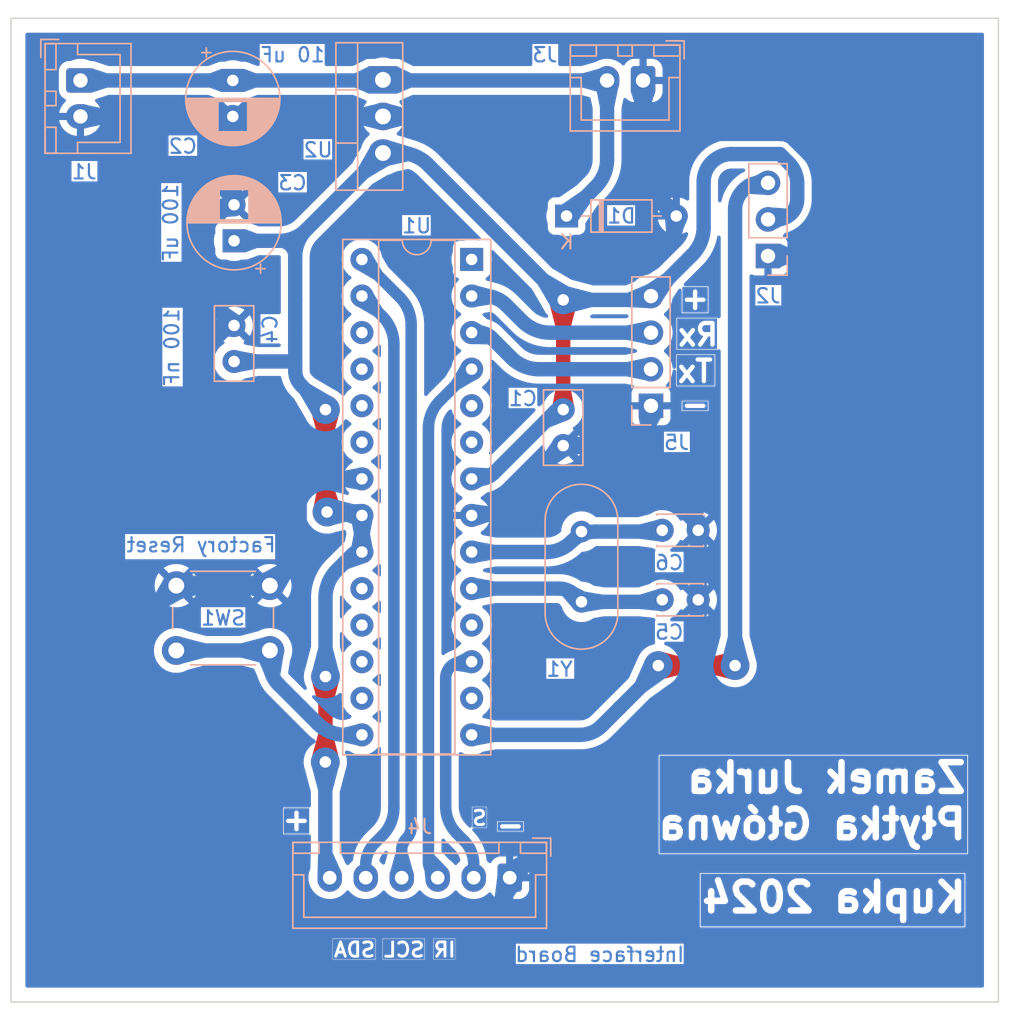
<source format=kicad_pcb>
(kicad_pcb (version 20221018) (generator pcbnew)
  (layers (0 "F.Cu" signal) (31 "B.Cu" signal) (34 "B.Paste" user) (35 "F.Paste" user) (36 "B.SilkS" user "B.Silkscreen") (37 "F.SilkS" user "F.Silkscreen") (38 "B.Mask" user) (39 "F.Mask" user) (44 "Edge.Cuts" user))
  (net 0 "")
  (net 1 "+5V")
  (net 2 "GND")
  (net 3 "/XTAL2")
  (net 4 "/XTAL1")
  (net 5 "+12V")
  (net 6 "/Screen SCL")
  (net 7 "/Lock ON")
  (net 8 "/Status")
  (net 9 "/IR Signal")
  (net 10 "/Factory Reset")
  (net 12 "/TxD")
  (net 13 "/RxD")
  (net 26 "/Screen SDA")
  (footprint "Connector_PinSocket_2.54mm:PinSocket_1x03_P2.54mm_Vertical" (layer "B.Cu") (at 140.97 64.77)
    (fp_text reference "J2" (at 0 2.77) (layer "B.Cu" knockout) (effects (justify mirror)))
    (fp_text value "Lock Relay Module")
    (pad "1" thru_hole rect (at 0 0) (size 1.7 1.7) (drill 1) (layers "*.Cu" "*.Mask") (net 2 "GND"))
    (pad "2" thru_hole oval (at 0 -2.54) (size 1.7 1.7) (drill 1) (layers "*.Cu" "*.Mask") (net 1 "+5V"))
    (pad "3" thru_hole oval (at 0 -5.08) (size 1.7 1.7) (drill 1) (layers "*.Cu" "*.Mask") (net 7 "/Lock ON"))
  )
  (footprint "Connector_JST:JST_XH_B6B-XH-A_1x06_P2.50mm_Vertical" (layer "B.Cu") (at 123.03 107.95 180)
    (fp_text reference "J4" (at 6.25 3.55) (layer "B.SilkS") (effects (justify mirror)))
    (fp_text value "Interface Board" (at -6.256 -5.334) (layer "B.Cu" knockout) (effects (justify mirror)))
    (pad "1" thru_hole roundrect (at 0 0 180) (size 1.7 1.95) (drill 0.95) (layers "*.Cu" "*.Mask") (roundrect_rratio 0.1470588235) (net 2 "GND"))
    (pad "2" thru_hole oval (at 2.5 0 180) (size 1.7 1.95) (drill 0.95) (layers "*.Cu" "*.Mask") (net 8 "/Status"))
    (pad "3" thru_hole oval (at 5 0 180) (size 1.7 1.95) (drill 0.95) (layers "*.Cu" "*.Mask") (net 9 "/IR Signal"))
    (pad "4" thru_hole oval (at 7.5 0 180) (size 1.7 1.95) (drill 0.95) (layers "*.Cu" "*.Mask") (net 6 "/Screen SCL"))
    (pad "5" thru_hole oval (at 10 0 180) (size 1.7 1.95) (drill 0.95) (layers "*.Cu" "*.Mask") (net 26 "/Screen SDA"))
    (pad "6" thru_hole oval (at 12.5 0 180) (size 1.7 1.95) (drill 0.95) (layers "*.Cu" "*.Mask") (net 1 "+5V"))
  )
  (footprint "Capacitor_THT:C_Disc_D5.0mm_W2.5mm_P2.50mm" (layer "B.Cu") (at 126.746 75.438 -90)
    (fp_text reference "C1" (at -0.762 2.794) (layer "B.Cu" knockout) (effects (justify mirror)))
    (fp_text value "100 nF")
    (pad "1" thru_hole circle (at 0 0 270) (size 1.6 1.6) (drill 0.8) (layers "*.Cu" "*.Mask") (net 1 "+5V"))
    (pad "2" thru_hole circle (at 2.5 0 270) (size 1.6 1.6) (drill 0.8) (layers "*.Cu" "*.Mask") (net 2 "GND"))
  )
  (footprint "Package_TO_SOT_THT:TO-220-3_Vertical" (layer "B.Cu") (at 114.229 52.538 -90)
    (fp_text reference "U2" (at 4.866 4.501) (layer "B.Cu" knockout) (effects (justify mirror)))
    (fp_text value "L7805")
    (pad "1" thru_hole rect (at 0 0 270) (size 1.905 2) (drill 1.1) (layers "*.Cu" "*.Mask") (net 5 "+12V"))
    (pad "2" thru_hole oval (at 2.54 0 270) (size 1.905 2) (drill 1.1) (layers "*.Cu" "*.Mask") (net 2 "GND"))
    (pad "3" thru_hole oval (at 5.08 0 270) (size 1.905 2) (drill 1.1) (layers "*.Cu" "*.Mask") (net 1 "+5V"))
  )
  (footprint "Capacitor_THT:CP_Radial_D6.3mm_P2.50mm" (layer "B.Cu") (at 103.798379 52.578 -90)
    (fp_text reference "C2" (at 4.572 3.468379) (layer "B.Cu" knockout) (effects (justify mirror)))
    (fp_text value "10 uF" (at -1.778 -4.151621) (layer "B.Cu" knockout) (effects (justify mirror)))
    (pad "1" thru_hole rect (at 0 0 270) (size 1.6 1.6) (drill 0.8) (layers "*.Cu" "*.Mask") (net 5 "+12V"))
    (pad "2" thru_hole circle (at 2.5 0 270) (size 1.6 1.6) (drill 0.8) (layers "*.Cu" "*.Mask") (net 2 "GND"))
  )
  (footprint "Connector_PinHeader_2.54mm:PinHeader_1x04_P2.54mm_Vertical" (layer "B.Cu") (at 132.842 75.174)
    (fp_text reference "J5" (at 1.778 2.55) (layer "B.Cu" knockout) (effects (justify mirror)))
    (fp_text value "Debug")
    (pad "1" thru_hole rect (at 0 0) (size 1.7 1.7) (drill 1) (layers "*.Cu" "*.Mask") (net 2 "GND"))
    (pad "2" thru_hole oval (at 0 -2.54) (size 1.7 1.7) (drill 1) (layers "*.Cu" "*.Mask") (net 12 "/TxD"))
    (pad "3" thru_hole oval (at 0 -5.08) (size 1.7 1.7) (drill 1) (layers "*.Cu" "*.Mask") (net 13 "/RxD"))
    (pad "4" thru_hole oval (at 0 -7.62) (size 1.7 1.7) (drill 1) (layers "*.Cu" "*.Mask") (net 1 "+5V"))
  )
  (footprint "Capacitor_THT:C_Disc_D3.0mm_W2.0mm_P2.50mm" (layer "B.Cu") (at 133.624 88.646)
    (fp_text reference "C5" (at 0.488 2.25) (layer "B.Cu" knockout) (effects (justify mirror)))
    (fp_text value "22 pF")
    (pad "1" thru_hole circle (at 0 0) (size 1.6 1.6) (drill 0.8) (layers "*.Cu" "*.Mask") (net 3 "/XTAL2"))
    (pad "2" thru_hole circle (at 2.5 0) (size 1.6 1.6) (drill 0.8) (layers "*.Cu" "*.Mask") (net 2 "GND"))
  )
  (footprint "Capacitor_THT:CP_Radial_D6.3mm_P2.50mm" (layer "B.Cu") (at 103.886 63.714 90)
    (fp_text reference "C3" (at 4.024 4.064) (layer "B.Cu" knockout) (effects (justify mirror)))
    (fp_text value "100 uF" (at 1.25 -4.4 90) (layer "B.Cu" knockout) (effects (justify mirror)))
    (pad "1" thru_hole rect (at 0 0 90) (size 1.6 1.6) (drill 0.8) (layers "*.Cu" "*.Mask") (net 1 "+5V"))
    (pad "2" thru_hole circle (at 2.5 0 90) (size 1.6 1.6) (drill 0.8) (layers "*.Cu" "*.Mask") (net 2 "GND"))
  )
  (footprint "Button_Switch_THT:SW_PUSH_6mm_H5mm" (layer "B.Cu") (at 99.874 92.166)
    (fp_text reference "SW1" (at 3.25 -2.25) (layer "B.Cu" knockout) (effects (justify mirror)))
    (fp_text value "Factory Reset" (at 1.726 -7.33) (layer "B.Cu" knockout) (effects (justify mirror)))
    (pad "1" thru_hole circle (at 0 0 270) (size 2 2) (drill 1.1) (layers "*.Cu" "*.Mask") (net 10 "/Factory Reset"))
    (pad "1" thru_hole circle (at 6.5 0 270) (size 2 2) (drill 1.1) (layers "*.Cu" "*.Mask") (net 10 "/Factory Reset"))
    (pad "2" thru_hole circle (at 0 -4.5 270) (size 2 2) (drill 1.1) (layers "*.Cu" "*.Mask") (net 2 "GND"))
    (pad "2" thru_hole circle (at 6.5 -4.5 270) (size 2 2) (drill 1.1) (layers "*.Cu" "*.Mask") (net 2 "GND"))
  )
  (footprint "Connector_JST:JST_XH_B2B-XH-A_1x02_P2.50mm_Vertical" (layer "B.Cu") (at 132.294 52.578 180)
    (fp_text reference "J3" (at 6.818 1.778) (layer "B.Cu" knockout) (effects (justify mirror)))
    (fp_text value "Lock PWR")
    (pad "1" thru_hole roundrect (at 0 0 180) (size 1.7 2) (drill 1) (layers "*.Cu" "*.Mask") (roundrect_rratio 0.1470588235) (net 2 "GND"))
    (pad "2" thru_hole oval (at 2.5 0 180) (size 1.7 2) (drill 1) (layers "*.Cu" "*.Mask") (net 5 "+12V"))
  )
  (footprint "Connector_JST:JST_XH_B2B-XH-A_1x02_P2.50mm_Vertical" (layer "B.Cu") (at 93.218 52.578 -90)
    (fp_text reference "J1" (at 6.35 -0.254) (layer "B.Cu" knockout) (effects (justify mirror)))
    (fp_text value "PWR")
    (pad "1" thru_hole roundrect (at 0 0 270) (size 1.7 2) (drill 1) (layers "*.Cu" "*.Mask") (roundrect_rratio 0.1470588235) (net 5 "+12V"))
    (pad "2" thru_hole oval (at 2.5 0 270) (size 1.7 2) (drill 1) (layers "*.Cu" "*.Mask") (net 2 "GND"))
  )
  (footprint "Capacitor_THT:C_Disc_D5.0mm_W2.5mm_P2.50mm" (layer "B.Cu") (at 103.886 72.096 90)
    (fp_text reference "C4" (at 2.246 2.5 90) (layer "B.Cu" knockout) (effects (justify mirror)))
    (fp_text value "100 nF" (at 0.976 -4.318 90) (layer "B.Cu" knockout) (effects (justify mirror)))
    (pad "1" thru_hole circle (at 0 0 90) (size 1.6 1.6) (drill 0.8) (layers "*.Cu" "*.Mask") (net 1 "+5V"))
    (pad "2" thru_hole circle (at 2.5 0 90) (size 1.6 1.6) (drill 0.8) (layers "*.Cu" "*.Mask") (net 2 "GND"))
  )
  (footprint "Diode_THT:D_DO-35_SOD27_P7.62mm_Horizontal" (layer "B.Cu") (at 126.98 61.993)
    (fp_text reference "D1" (at 3.81 0) (layer "B.Cu" knockout) (effects (justify mirror)))
    (fp_text value "1N4148")
    (fp_text user "K" (at 0 1.8) (layer "B.SilkS") (effects (justify mirror)))
    (pad "1" thru_hole rect (at 0 0) (size 1.6 1.6) (drill 0.8) (layers "*.Cu" "*.Mask") (net 5 "+12V"))
    (pad "2" thru_hole oval (at 7.62 0) (size 1.6 1.6) (drill 0.8) (layers "*.Cu" "*.Mask") (net 2 "GND"))
  )
  (footprint "Package_DIP:DIP-28_W7.62mm_Socket" (layer "B.Cu") (at 120.386 65.009 180)
    (fp_text reference "U1" (at 3.81 2.33) (layer "B.Cu" knockout) (effects (justify mirror)))
    (fp_text value "ATmega328P-P")
    (pad "1" thru_hole rect (at 0 0 180) (size 1.6 1.6) (drill 0.8) (layers "*.Cu" "*.Mask"))
    (pad "2" thru_hole oval (at 0 -2.54 180) (size 1.6 1.6) (drill 0.8) (layers "*.Cu" "*.Mask") (net 13 "/RxD"))
    (pad "3" thru_hole oval (at 0 -5.08 180) (size 1.6 1.6) (drill 0.8) (layers "*.Cu" "*.Mask") (net 12 "/TxD"))
    (pad "4" thru_hole oval (at 0 -7.62 180) (size 1.6 1.6) (drill 0.8) (layers "*.Cu" "*.Mask") (net 9 "/IR Signal"))
    (pad "5" thru_hole oval (at 0 -10.16 180) (size 1.6 1.6) (drill 0.8) (layers "*.Cu" "*.Mask"))
    (pad "6" thru_hole oval (at 0 -12.7 180) (size 1.6 1.6) (drill 0.8) (layers "*.Cu" "*.Mask"))
    (pad "7" thru_hole oval (at 0 -15.24 180) (size 1.6 1.6) (drill 0.8) (layers "*.Cu" "*.Mask") (net 1 "+5V"))
    (pad "8" thru_hole oval (at 0 -17.78 180) (size 1.6 1.6) (drill 0.8) (layers "*.Cu" "*.Mask") (net 2 "GND"))
    (pad "9" thru_hole oval (at 0 -20.32 180) (size 1.6 1.6) (drill 0.8) (layers "*.Cu" "*.Mask") (net 4 "/XTAL1"))
    (pad "10" thru_hole oval (at 0 -22.86 180) (size 1.6 1.6) (drill 0.8) (layers "*.Cu" "*.Mask") (net 3 "/XTAL2"))
    (pad "11" thru_hole oval (at 0 -25.4 180) (size 1.6 1.6) (drill 0.8) (layers "*.Cu" "*.Mask"))
    (pad "12" thru_hole oval (at 0 -27.94 180) (size 1.6 1.6) (drill 0.8) (layers "*.Cu" "*.Mask") (net 8 "/Status"))
    (pad "13" thru_hole oval (at 0 -30.48 180) (size 1.6 1.6) (drill 0.8) (layers "*.Cu" "*.Mask"))
    (pad "14" thru_hole oval (at 0 -33.02 180) (size 1.6 1.6) (drill 0.8) (layers "*.Cu" "*.Mask") (net 7 "/Lock ON"))
    (pad "15" thru_hole oval (at 7.62 -33.02 180) (size 1.6 1.6) (drill 0.8) (layers "*.Cu" "*.Mask") (net 10 "/Factory Reset"))
    (pad "16" thru_hole oval (at 7.62 -30.48 180) (size 1.6 1.6) (drill 0.8) (layers "*.Cu" "*.Mask"))
    (pad "17" thru_hole oval (at 7.62 -27.94 180) (size 1.6 1.6) (drill 0.8) (layers "*.Cu" "*.Mask"))
    (pad "18" thru_hole oval (at 7.62 -25.4 180) (size 1.6 1.6) (drill 0.8) (layers "*.Cu" "*.Mask"))
    (pad "19" thru_hole oval (at 7.62 -22.86 180) (size 1.6 1.6) (drill 0.8) (layers "*.Cu" "*.Mask"))
    (pad "20" thru_hole oval (at 7.62 -20.32 180) (size 1.6 1.6) (drill 0.8) (layers "*.Cu" "*.Mask") (net 1 "+5V"))
    (pad "21" thru_hole oval (at 7.62 -17.78 180) (size 1.6 1.6) (drill 0.8) (layers "*.Cu" "*.Mask") (net 1 "+5V"))
    (pad "22" thru_hole oval (at 7.62 -15.24 180) (size 1.6 1.6) (drill 0.8) (layers "*.Cu" "*.Mask") (net 2 "GND"))
    (pad "23" thru_hole oval (at 7.62 -12.7 180) (size 1.6 1.6) (drill 0.8) (layers "*.Cu" "*.Mask"))
    (pad "24" thru_hole oval (at 7.62 -10.16 180) (size 1.6 1.6) (drill 0.8) (layers "*.Cu" "*.Mask"))
    (pad "25" thru_hole oval (at 7.62 -7.62 180) (size 1.6 1.6) (drill 0.8) (layers "*.Cu" "*.Mask"))
    (pad "26" thru_hole oval (at 7.62 -5.08 180) (size 1.6 1.6) (drill 0.8) (layers "*.Cu" "*.Mask"))
    (pad "27" thru_hole oval (at 7.62 -2.54 180) (size 1.6 1.6) (drill 0.8) (layers "*.Cu" "*.Mask") (net 26 "/Screen SDA"))
    (pad "28" thru_hole oval (at 7.62 0 180) (size 1.6 1.6) (drill 0.8) (layers "*.Cu" "*.Mask") (net 6 "/Screen SCL"))
  )
  (footprint "Crystal:Crystal_HC49-4H_Vertical" (layer "B.Cu") (at 128.016 83.91 -90)
    (fp_text reference "Y1" (at 9.562 1.524) (layer "B.Cu" knockout) (effects (justify mirror)))
    (fp_text value "16 MHz")
    (pad "1" thru_hole circle (at 0 0 270) (size 1.5 1.5) (drill 0.8) (layers "*.Cu" "*.Mask") (net 4 "/XTAL1"))
    (pad "2" thru_hole circle (at 4.88 0 270) (size 1.5 1.5) (drill 0.8) (layers "*.Cu" "*.Mask") (net 3 "/XTAL2"))
  )
  (footprint "Capacitor_THT:C_Disc_D3.0mm_W2.0mm_P2.50mm" (layer "B.Cu") (at 133.624 83.82)
    (fp_text reference "C6" (at 0.488 2.25) (layer "B.Cu" knockout) (effects (justify mirror)))
    (fp_text value "22 pF")
    (pad "1" thru_hole circle (at 0 0) (size 1.6 1.6) (drill 0.8) (layers "*.Cu" "*.Mask") (net 4 "/XTAL1"))
    (pad "2" thru_hole circle (at 2.5 0) (size 1.6 1.6) (drill 0.8) (layers "*.Cu" "*.Mask") (net 2 "GND"))
  )
  (gr_rect (start 88.392 116.586) (end 156.972 48.26) (stroke (width 0.1)) (fill none) (layer "Edge.Cuts"))
  (gr_text "Kupka 2024" (at 154.94 110.49) (layer "B.Cu" knockout) (effects (font (size 2 2) (thickness 0.45) bold) (justify left bottom mirror)))
  (gr_text "IR" (at 119.38 113.538) (layer "B.Cu" knockout) (effects (font (size 1 1) (thickness 0.2) bold) (justify left bottom mirror)))
  (gr_text "Zamek Jurka\nPłytka Główna" (at 154.94 105.41) (layer "B.Cu" knockout) (effects (font (size 2 2) (thickness 0.45) bold) (justify left bottom mirror)))
  (gr_text "+" (at 109.347 104.775) (layer "B.Cu" knockout) (effects (font (size 1.5 1.5) (thickness 0.3) bold) (justify left bottom mirror)))
  (gr_text "-" (at 124.206 105.156) (layer "B.Cu" knockout) (effects (font (size 1.5 1.5) (thickness 0.3) bold) (justify left bottom mirror)))
  (gr_text "-" (at 137.033 75.946) (layer "B.Cu" knockout) (effects (font (size 1.5 1.5) (thickness 0.3) bold) (justify left bottom mirror)))
  (gr_text "Tx" (at 137.287 73.66) (layer "B.Cu" knockout) (effects (font (size 1.5 1.5) (thickness 0.3) bold) (justify left bottom mirror)))
  (gr_text "SDA" (at 113.792 113.538) (layer "B.Cu" knockout) (effects (font (size 1 1) (thickness 0.2) bold) (justify left bottom mirror)))
  (gr_text "+" (at 137.033 68.58) (layer "B.Cu" knockout) (effects (font (size 1.5 1.5) (thickness 0.3) bold) (justify left bottom mirror)))
  (gr_text "Rx" (at 137.668 71.12) (layer "B.Cu" knockout) (effects (font (size 1.5 1.5) (thickness 0.3) bold) (justify left bottom mirror)))
  (gr_text "SCL" (at 117.221 113.538) (layer "B.Cu" knockout) (effects (font (size 1 1) (thickness 0.2) bold) (justify left bottom mirror)))
  (gr_text "S" (at 121.539 104.394) (layer "B.Cu" knockout) (effects (font (size 1 1) (thickness 0.2) bold) (justify left bottom mirror)))
  (segment (start 126.746 67.818) (end 126.746 75.438) (width 1) (layer "F.Cu") (net 1))
  (segment (start 110.236 93.98) (end 110.236 99.891786) (width 1) (layer "F.Cu") (net 1))
  (segment (start 110.236 75.438) (end 110.236 82.4965) (width 1) (layer "F.Cu") (net 1))
  (segment (start 110.343 82.55) (end 110.2895 82.55) (width 1) (layer "F.Cu") (net 1))
  (segment (start 110.223958 99.912343) (end 110.229979 99.906322) (width 1) (layer "F.Cu") (net 1))
  (via (at 110.343 82.55) (size 2) (drill 0.8) (layers "F.Cu" "B.Cu") (net 1))
  (via (at 110.236 75.438) (size 2) (drill 0.8) (layers "F.Cu" "B.Cu") (net 1))
  (via (at 110.236 93.98) (size 2) (drill 0.8) (layers "F.Cu" "B.Cu") (net 1))
  (via (at 126.746 67.818) (size 2) (drill 0.8) (layers "F.Cu" "B.Cu") (net 1))
  (via (at 110.223958 99.912343) (size 2) (drill 0.8) (layers "F.Cu" "B.Cu") (net 1))
  (arc (start 110.236 82.4965) (mid 110.25167 82.53433) (end 110.2895 82.55) (width 1) (layer "F.Cu") (net 1))
  (arc (start 110.236 99.891786) (mid 110.234436 99.899652) (end 110.229979 99.906322) (width 1) (layer "F.Cu") (net 1))
  (segment (start 112.112234 85.499766) (end 111.032897 86.579103) (width 1) (layer "B.Cu") (net 1))
  (segment (start 108.133 67.808798) (end 108.133 70.151942) (width 1) (layer "B.Cu") (net 1))
  (segment (start 132.974 67.422) (end 132.71 67.686) (width 1) (layer "B.Cu") (net 1))
  (segment (start 108.556911 73.75891) (end 110.236 75.438) (width 1) (layer "B.Cu") (net 1))
  (segment (start 110.236 93.98) (end 110.236 88.502981) (width 1) (layer "B.Cu") (net 1))
  (segment (start 141.58524 62.23) (end 140.97 62.23) (width 1) (layer "B.Cu") (net 1))
  (segment (start 143.002 60.813239) (end 143.002 59.744627) (width 1) (layer "B.Cu") (net 1))
  (segment (start 110.223958 99.912343) (end 110.223958 107.427553) (width 1) (layer "B.Cu") (net 1))
  (segment (start 126.180716 75.585654) (end 121.91737 79.849) (width 1) (layer "B.Cu") (net 1))
  (segment (start 126.537185 75.438) (end 126.746 75.438) (width 1) (layer "B.Cu") (net 1))
  (segment (start 142.400214 58.291786) (end 141.798428 57.69) (width 1) (layer "B.Cu") (net 1))
  (segment (start 120.951685 80.249) (end 120.386 80.249) (width 1) (layer "B.Cu") (net 1))
  (segment (start 112.766 82.957998) (end 112.766 85.0875) (width 1) (layer "B.Cu") (net 1))
  (segment (start 132.974 67.422) (end 135.703104 64.692896) (width 1) (layer "B.Cu") (net 1))
  (segment (start 108.133 67.808798) (end 108.133 64.840981) (width 1) (layer "B.Cu") (net 1))
  (segment (start 114.229 57.618) (end 115.419019 57.618) (width 1) (layer "B.Cu") (net 1))
  (segment (start 107.133001 63.714) (end 103.886 63.714) (width 1) (layer "B.Cu") (net 1))
  (segment (start 108.133 70.151942) (end 108.133 72.107715) (width 1) (layer "B.Cu") (net 1))
  (segment (start 114.229 57.618) (end 108.929897 62.917103) (width 1) (layer "B.Cu") (net 1))
  (segment (start 141.798428 57.69) (end 138.439274 57.69) (width 1) (layer "B.Cu") (net 1))
  (segment (start 108.133 72.164284) (end 108.133 72.107715) (width 1) (layer "B.Cu") (net 1))
  (segment (start 110.376979 107.796979) (end 110.53 107.95) (width 1) (layer "B.Cu") (net 1))
  (segment (start 126.746 67.818) (end 117.342897 58.414896) (width 1) (layer "B.Cu") (net 1))
  (segment (start 108.064716 72.096) (end 103.886 72.096) (width 1) (layer "B.Cu") (net 1))
  (segment (start 126.746 67.818) (end 132.391324 67.818) (width 1) (layer "B.Cu") (net 1))
  (segment (start 108.133 72.164284) (end 108.133 72.7355) (width 1) (layer "B.Cu") (net 1))
  (segment (start 136.5 59.629273) (end 136.5 62.769018) (width 1) (layer "B.Cu") (net 1))
  (segment (start 110.343 82.55) (end 112.358002 82.55) (width 1) (layer "B.Cu") (net 1))
  (arc (start 112.766 85.0875) (mid 112.695267 85.258266) (end 112.5245 85.329) (width 1) (layer "B.Cu") (net 1))
  (arc (start 108.133 72.7355) (mid 108.243171 73.289365) (end 108.556911 73.75891) (width 1) (layer "B.Cu") (net 1))
  (arc (start 108.133 64.840981) (mid 108.340107 63.799786) (end 108.929897 62.917103) (width 1) (layer "B.Cu") (net 1))
  (arc (start 112.112234 85.499766) (mid 112.301384 85.37338) (end 112.5245 85.329) (width 1) (layer "B.Cu") (net 1))
  (arc (start 137.068 58.258) (mid 136.647619 58.887145) (end 136.5 59.629273) (width 1) (layer "B.Cu") (net 1))
  (arc (start 108.133 72.107715) (mid 108.125768 72.118539) (end 108.113 72.116) (width 1) (layer "B.Cu") (net 1))
  (arc (start 143.002 60.813239) (mid 142.894156 61.35541) (end 142.587041 61.81504) (width 1) (layer "B.Cu") (net 1))
  (arc (start 111.032897 86.579103) (mid 110.443107 87.461786) (end 110.236 88.502981) (width 1) (layer "B.Cu") (net 1))
  (arc (start 142.400214 58.291786) (mid 142.845601 58.958355) (end 143.002 59.744627) (width 1) (layer "B.Cu") (net 1))
  (arc (start 108.064716 72.096) (mid 108.090848 72.101197) (end 108.113 72.116) (width 1) (layer "B.Cu") (net 1))
  (arc (start 115.419019 57.618) (mid 116.460214 57.825106) (end 117.342897 58.414896) (width 1) (layer "B.Cu") (net 1))
  (arc (start 110.223958 107.427553) (mid 110.263727 107.627485) (end 110.376979 107.796979) (width 1) (layer "B.Cu") (net 1))
  (arc (start 108.929897 62.917103) (mid 108.080216 63.506893) (end 107.133001 63.714) (width 1) (layer "B.Cu") (net 1))
  (arc (start 126.180716 75.585654) (mid 126.344266 75.476374) (end 126.537185 75.438) (width 1) (layer "B.Cu") (net 1))
  (arc (start 112.6465 82.6695) (mid 112.734943 82.801864) (end 112.766 82.957998) (width 1) (layer "B.Cu") (net 1))
  (arc (start 142.587041 61.81504) (mid 142.127411 62.122155) (end 141.58524 62.23) (width 1) (layer "B.Cu") (net 1))
  (arc (start 107.133001 63.714) (mid 107.840108 64.044085) (end 108.133 64.840981) (width 1) (layer "B.Cu") (net 1))
  (arc (start 136.5 62.769018) (mid 136.292894 63.810213) (end 135.703104 64.692896) (width 1) (layer "B.Cu") (net 1))
  (arc (start 108.113 72.116) (mid 108.127803 72.138152) (end 108.133 72.164284) (width 1) (layer "B.Cu") (net 1))
  (arc (start 112.358002 82.55) (mid 112.514136 82.581057) (end 112.6465 82.6695) (width 1) (layer "B.Cu") (net 1))
  (arc (start 121.91737 79.849) (mid 121.47431 80.145043) (end 120.951685 80.249) (width 1) (layer "B.Cu") (net 1))
  (arc (start 137.068 58.258) (mid 137.697146 57.837618) (end 138.439274 57.69) (width 1) (layer "B.Cu") (net 1))
  (arc (start 132.71 67.686) (mid 132.563791 67.783694) (end 132.391324 67.818) (width 1) (layer "B.Cu") (net 1))
  (segment (start 144.526 61.937018) (end 144.526 59.564656) (width 1) (layer "B.Cu") (net 2))
  (segment (start 134.149927 63.716073) (end 133.724618 64.141382) (width 1) (layer "B.Cu") (net 2))
  (segment (start 132.294 56.318703) (end 132.294 56.457296) (width 1) (layer "B.Cu") (net 2))
  (segment (start 121.753897 110.201103) (end 122.685286 109.269714) (width 1) (layer "B.Cu") (net 2))
  (segment (start 142.769892 56.681566) (end 143.729104 57.640778) (width 1) (layer "B.Cu") (net 2))
  (segment (start 132.384018 76.927352) (end 132.107685 77.203685) (width 1) (layer "B.Cu") (net 2))
  (segment (start 102.177315 70.173315) (end 102.354631 69.995999) (width 1) (layer "B.Cu") (net 2))
  (segment (start 103.320315 69.596) (end 103.886 69.596) (width 1) (layer "B.Cu") (net 2))
  (segment (start 141.895 64.77) (end 140.97 64.77) (width 1) (layer "B.Cu") (net 2))
  (segment (start 114.229 55.078) (end 103.798379 55.078) (width 1) (layer "B.Cu") (net 2))
  (segment (start 99.874 87.666) (end 98.620897 88.919103) (width 1) (layer "B.Cu") (net 2))
  (segment (start 107.646104 79.452103) (end 102.396897 74.202896) (width 1) (layer "B.Cu") (net 2))
  (segment (start 108.443 81.248999) (end 108.443 84.470018) (width 1) (layer "B.Cu") (net 2))
  (segment (start 106.374 87.666) (end 107.646104 86.393896) (width 1) (layer "B.Cu") (net 2))
  (segment (start 132.294 56.457296) (end 132.294 58.560018) (width 1) (layer "B.Cu") (net 2))
  (segment (start 136.124 88.646) (end 136.124 93.729018) (width 1) (layer "B.Cu") (net 2))
  (segment (start 134.6 61.993) (end 133.090897 60.483896) (width 1) (layer "B.Cu") (net 2))
  (segment (start 103.824043 61.214) (end 103.436 61.214) (width 1) (layer "B.Cu") (net 2))
  (segment (start 101.6 66.183018) (end 101.6 63.580049) (width 1) (layer "B.Cu") (net 2))
  (segment (start 109.569982 80.249) (end 112.766 80.249) (width 1) (layer "B.Cu") (net 2))
  (segment (start 123.374715 107.605285) (end 135.327104 95.652896) (width 1) (layer "B.Cu") (net 2))
  (segment (start 127.618982 64.77) (end 130.429 64.77) (width 1) (layer "B.Cu") (net 2))
  (segment (start 134.6 62.6295) (end 134.6 61.993) (width 1) (layer "B.Cu") (net 2))
  (segment (start 102.396897 68.106896) (end 103.886 69.596) (width 1) (layer "B.Cu") (net 2))
  (segment (start 102.293 61.907) (end 102.667802 61.532198) (width 1) (layer "B.Cu") (net 2))
  (segment (start 132.461297 56.29) (end 141.824568 56.29) (width 1) (layer "B.Cu") (net 2))
  (segment (start 132.294 56.318703) (end 132.294 52.578) (width 1) (layer "B.Cu") (net 2))
  (segment (start 136.124 88.646) (end 136.124 84.385685) (width 1) (layer "B.Cu") (net 2))
  (segment (start 136.124 83.254315) (end 136.124 84.385685) (width 1) (layer "B.Cu") (net 2))
  (segment (start 119.830019 110.998) (end 106.282982 110.998) (width 1) (layer "B.Cu") (net 2))
  (segment (start 121.1405 82.789) (end 120.386 82.789) (width 1) (layer "B.Cu") (net 2))
  (segment (start 135.724001 82.28863) (end 132.080477 78.645106) (width 1) (layer "B.Cu") (net 2))
  (segment (start 125.695104 63.973103) (end 117.596897 55.874896) (width 1) (layer "B.Cu") (net 2))
  (segment (start 114.229 55.078) (end 115.673019 55.078) (width 1) (layer "B.Cu") (net 2))
  (segment (start 101.6 71.567076) (end 101.6 72.279018) (width 1) (layer "B.Cu") (net 2))
  (segment (start 126.746 77.938) (end 122.428513 82.255487) (width 1) (layer "B.Cu") (net 2))
  (segment (start 98.620897 104.462896) (end 104.359104 110.201103) (width 1) (layer "B.Cu") (net 2))
  (segment (start 103.798379 55.078) (end 93.218 55.078) (width 1) (layer "B.Cu") (net 2))
  (segment (start 103.798379 55.078) (end 103.798379 61.064421) (width 1) (layer "B.Cu") (net 2))
  (segment (start 132.842 75.821685) (end 132.842 75.174) (width 1) (layer "B.Cu") (net 2))
  (segment (start 143.729104 63.860896) (end 143.474074 64.115926) (width 1) (layer "B.Cu") (net 2))
  (segment (start 99.874 87.666) (end 106.374 87.666) (width 1) (layer "B.Cu") (net 2))
  (segment (start 130.429 64.77) (end 132.207 64.77) (width 1) (layer "B.Cu") (net 2))
  (segment (start 126.746 77.938) (end 130.334892 77.938) (width 1) (layer "B.Cu") (net 2))
  (segment (start 97.824 102.539018) (end 97.824 90.842981) (width 1) (layer "B.Cu") (net 2))
  (arc (start 141.824568 56.29) (mid 142.336174 56.391765) (end 142.769892 56.681566) (width 1) (layer "B.Cu") (net 2))
  (arc (start 143.729104 57.640778) (mid 144.318894 58.523461) (end 144.526 59.564656) (width 1) (layer "B.Cu") (net 2))
  (arc (start 130.334892 77.938) (mid 131.28725 78.12177) (end 132.080477 78.645106) (width 1) (layer "B.Cu") (net 2))
  (arc (start 134.6 62.6295) (mid 134.48303 63.217549) (end 134.149927 63.716073) (width 1) (layer "B.Cu") (net 2))
  (arc (start 132.343 56.339) (mid 132.397276 56.302734) (end 132.461297 56.29) (width 1) (layer "B.Cu") (net 2))
  (arc (start 132.343 56.339) (mid 132.31172 56.345221) (end 132.294 56.318703) (width 1) (layer "B.Cu") (net 2))
  (arc (start 102.354631 69.995999) (mid 102.797691 69.699956) (end 103.320315 69.596) (width 1) (layer "B.Cu") (net 2))
  (arc (start 102.177315 70.173315) (mid 101.75004 70.812778) (end 101.6 71.567076) (width 1) (layer "B.Cu") (net 2))
  (arc (start 133.724618 64.141382) (mid 133.028329 64.606627) (end 132.207 64.77) (width 1) (layer "B.Cu") (net 2))
  (arc (start 101.6 72.279018) (mid 101.807107 73.320213) (end 102.396897 74.202896) (width 1) (layer "B.Cu") (net 2))
  (arc (start 123.03 108.4375) (mid 122.940412 108.887891) (end 122.685286 109.269714) (width 1) (layer "B.Cu") (net 2))
  (arc (start 136.124 93.729018) (mid 135.916894 94.770213) (end 135.327104 95.652896) (width 1) (layer "B.Cu") (net 2))
  (arc (start 132.294 56.457296) (mid 132.306735 56.393274) (end 132.343 56.339) (width 1) (layer "B.Cu") (net 2))
  (arc (start 108.443 81.248999) (mid 108.773086 80.541892) (end 109.569982 80.249) (width 1) (layer "B.Cu") (net 2))
  (arc (start 115.673019 55.078) (mid 116.714214 55.285106) (end 117.596897 55.874896) (width 1) (layer "B.Cu") (net 2))
  (arc (start 122.428513 82.255487) (mid 121.837568 82.650344) (end 121.1405 82.789) (width 1) (layer "B.Cu") (net 2))
  (arc (start 97.824 102.539018) (mid 98.031107 103.580213) (end 98.620897 104.462896) (width 1) (layer "B.Cu") (net 2))
  (arc (start 102.293 61.907) (mid 101.780105 62.674601) (end 101.6 63.580049) (width 1) (layer "B.Cu") (net 2))
  (arc (start 132.842 75.821685) (mid 132.722975 76.420067) (end 132.384018 76.927352) (width 1) (layer "B.Cu") (net 2))
  (arc (start 102.667802 61.532198) (mid 103.020255 61.296696) (end 103.436 61.214) (width 1) (layer "B.Cu") (net 2))
  (arc (start 103.84219 61.170189) (mid 103.847754 61.198157) (end 103.824043 61.214) (width 1) (layer "B.Cu") (net 2))
  (arc (start 104.359104 110.201103) (mid 105.241787 110.790893) (end 106.282982 110.998) (width 1) (layer "B.Cu") (net 2))
  (arc (start 121.753897 110.201103) (mid 120.871214 110.790893) (end 119.830019 110.998) (width 1) (layer "B.Cu") (net 2))
  (arc (start 109.569982 80.249) (mid 108.528787 80.041893) (end 107.646104 79.452103) (width 1) (layer "B.Cu") (net 2))
  (arc (start 123.374715 107.605285) (mid 123.119589 107.987108) (end 123.03 108.4375) (width 1) (layer "B.Cu") (net 2))
  (arc (start 143.474074 64.115926) (mid 142.749589 64.600011) (end 141.895 64.77) (width 1) (layer "B.Cu") (net 2))
  (arc (start 135.724001 82.28863) (mid 136.020044 82.73169) (end 136.124 83.254315) (width 1) (layer "B.Cu") (net 2))
  (arc (start 98.620897 88.919103) (mid 98.031107 89.801786) (end 97.824 90.842981) (width 1) (layer "B.Cu") (net 2))
  (arc (start 103.798379 61.064421) (mid 103.809766 61.121662) (end 103.84219 61.170189) (width 1) (layer "B.Cu") (net 2))
  (arc (start 132.294 58.560018) (mid 132.501107 59.601213) (end 133.090897 60.483896) (width 1) (layer "B.Cu") (net 2))
  (arc (start 108.443 84.470018) (mid 108.235894 85.511213) (end 107.646104 86.393896) (width 1) (layer "B.Cu") (net 2))
  (arc (start 125.695104 63.973103) (mid 126.577787 64.562893) (end 127.618982 64.77) (width 1) (layer "B.Cu") (net 2))
  (arc (start 101.6 66.183018) (mid 101.807107 67.224213) (end 102.396897 68.106896) (width 1) (layer "B.Cu") (net 2))
  (arc (start 144.526 61.937018) (mid 144.318894 62.978213) (end 143.729104 63.860896) (width 1) (layer "B.Cu") (net 2))
  (arc (start 132.080477 78.645106) (mid 131.795553 77.93003) (end 132.107685 77.203685) (width 1) (layer "B.Cu") (net 2))
  (arc (start 132.107685 77.203685) (mid 131.294321 77.747157) (end 130.334892 77.938) (width 1) (layer "B.Cu") (net 2))
  (arc (start 107.646104 79.452103) (mid 108.235894 80.301784) (end 108.443 81.248999) (width 1) (layer "B.Cu") (net 2))
  (segment (start 133.552 88.718) (end 133.624 88.646) (width 1) (layer "B.Cu") (net 3))
  (segment (start 133.378177 88.79) (end 128.667246 88.79) (width 1) (layer "B.Cu") (net 3))
  (segment (start 126.443755 87.869) (end 120.386 87.869) (width 1) (layer "B.Cu") (net 3))
  (arc (start 133.552 88.718) (mid 133.47225 88.771287) (end 133.378177 88.79) (width 1) (layer "B.Cu") (net 3))
  (arc (start 126.443755 87.869) (mid 127.045427 87.98868) (end 127.5555 88.3295) (width 1) (layer "B.Cu") (net 3))
  (arc (start 127.5555 88.3295) (mid 128.065574 88.670319) (end 128.667246 88.79) (width 1) (layer "B.Cu") (net 3))
  (segment (start 125.593616 85.329) (end 120.386 85.329) (width 1) (layer "B.Cu") (net 4))
  (segment (start 133.579 83.865) (end 133.624 83.82) (width 1) (layer "B.Cu") (net 4))
  (segment (start 133.470361 83.91) (end 129.019385 83.91) (width 1) (layer "B.Cu") (net 4))
  (arc (start 133.579 83.865) (mid 133.529156 83.898304) (end 133.470361 83.91) (width 1) (layer "B.Cu") (net 4))
  (arc (start 127.3065 84.6195) (mid 128.092379 84.094393) (end 129.019385 83.91) (width 1) (layer "B.Cu") (net 4))
  (arc (start 127.3065 84.6195) (mid 126.520623 85.144606) (end 125.593616 85.329) (width 1) (layer "B.Cu") (net 4))
  (segment (start 114.160716 52.578) (end 103.798379 52.578) (width 1) (layer "B.Cu") (net 5))
  (segment (start 103.798379 52.578) (end 93.218 52.578) (width 1) (layer "B.Cu") (net 5))
  (segment (start 128.997104 59.975896) (end 126.98 61.993) (width 1) (layer "B.Cu") (net 5))
  (segment (start 114.297285 52.578) (end 129.794 52.578) (width 1) (layer "B.Cu") (net 5))
  (segment (start 129.794 58.052018) (end 129.794 52.578) (width 1) (layer "B.Cu") (net 5))
  (arc (start 129.794 58.052018) (mid 129.586894 59.093213) (end 128.997104 59.975896) (width 1) (layer "B.Cu") (net 5))
  (arc (start 114.209 52.558) (mid 114.229 52.549715) (end 114.249 52.558) (width 1) (layer "B.Cu") (net 5))
  (arc (start 114.249 52.558) (mid 114.271154 52.572802) (end 114.297285 52.578) (width 1) (layer "B.Cu") (net 5))
  (arc (start 114.209 52.558) (mid 114.186848 52.572802) (end 114.160716 52.578) (width 1) (layer "B.Cu") (net 5))
  (segment (start 116.186 69.550397) (end 116.186 104.438137) (width 0.8) (layer "B.Cu") (net 6))
  (segment (start 115.389104 67.626519) (end 112.773559 65.010974) (width 0.8) (layer "B.Cu") (net 6))
  (segment (start 115.53 106.021862) (end 115.53 107.95) (width 0.8) (layer "B.Cu") (net 6))
  (segment (start 112.768792 65.009) (end 112.766 65.009) (width 0.8) (layer "B.Cu") (net 6))
  (arc (start 115.858 105.23) (mid 115.615245 105.593309) (end 115.53 106.021862) (width 0.8) (layer "B.Cu") (net 6))
  (arc (start 112.768792 65.009) (mid 112.771372 65.009513) (end 112.773559 65.010974) (width 0.8) (layer "B.Cu") (net 6))
  (arc (start 115.389104 67.626519) (mid 115.978894 68.509202) (end 116.186 69.550397) (width 0.8) (layer "B.Cu") (net 6))
  (arc (start 116.186 104.438137) (mid 116.100756 104.86669) (end 115.858 105.23) (width 0.8) (layer "B.Cu") (net 6))
  (segment (start 138.684 93.218) (end 133.35 93.218) (width 1) (layer "F.Cu") (net 7))
  (via (at 138.684 93.218) (size 2) (drill 0.8) (layers "F.Cu" "B.Cu") (net 7))
  (via (at 133.35 93.218) (size 2) (drill 0.8) (layers "F.Cu" "B.Cu") (net 7))
  (segment (start 140.36896 59.69) (end 140.97 59.69) (width 1) (layer "B.Cu") (net 7))
  (segment (start 130.6755 96.1465) (end 129.4205 97.4015) (width 1) (layer "B.Cu") (net 7))
  (segment (start 127.905581 98.029) (end 120.386 98.029) (width 1) (layer "B.Cu") (net 7))
  (segment (start 139.22596 60.231959) (end 139.34292 60.114999) (width 1) (layer "B.Cu") (net 7))
  (segment (start 138.684 61.540365) (end 138.684 93.218) (width 1) (layer "B.Cu") (net 7))
  (segment (start 133.260198 93.561802) (end 130.6755 96.1465) (width 1) (layer "B.Cu") (net 7))
  (segment (start 133.35 93.218) (end 133.35 93.345) (width 1) (layer "B.Cu") (net 7))
  (arc (start 139.22596 60.231959) (mid 138.824851 60.832261) (end 138.684 61.540365) (width 1) (layer "B.Cu") (net 7))
  (arc (start 133.35 93.345) (mid 133.326662 93.462332) (end 133.260198 93.561802) (width 1) (layer "B.Cu") (net 7))
  (arc (start 139.34292 60.114999) (mid 139.813671 59.800453) (end 140.36896 59.69) (width 1) (layer "B.Cu") (net 7))
  (arc (start 129.4205 97.4015) (mid 128.72545 97.865918) (end 127.905581 98.029) (width 1) (layer "B.Cu") (net 7))
  (segment (start 119.858956 105.380955) (end 119.382897 104.904896) (width 0.8) (layer "B.Cu") (net 8))
  (segment (start 119.727423 92.949) (end 120.386 92.949) (width 0.8) (layer "B.Cu") (net 8))
  (segment (start 120.53 107.001) (end 120.53 107.95) (width 0.8) (layer "B.Cu") (net 8))
  (segment (start 118.586 94.090422) (end 118.586 102.981018) (width 0.8) (layer "B.Cu") (net 8))
  (arc (start 118.920315 93.283315) (mid 119.29062 93.035885) (end 119.727423 92.949) (width 0.8) (layer "B.Cu") (net 8))
  (arc (start 118.586 102.981018) (mid 118.793107 104.022213) (end 119.382897 104.904896) (width 0.8) (layer "B.Cu") (net 8))
  (arc (start 118.920315 93.283315) (mid 118.672886 93.653618) (end 118.586 94.090422) (width 0.8) (layer "B.Cu") (net 8))
  (arc (start 119.858956 105.380955) (mid 120.355602 106.124238) (end 120.53 107.001) (width 0.8) (layer "B.Cu") (net 8))
  (segment (start 117.386 76.750397) (end 117.386 106.850623) (width 0.8) (layer "B.Cu") (net 9))
  (segment (start 117.708 107.628) (end 118.03 107.95) (width 0.8) (layer "B.Cu") (net 9))
  (segment (start 120.383208 72.629) (end 120.386 72.629) (width 0.8) (layer "B.Cu") (net 9))
  (segment (start 120.378442 72.630974) (end 118.182897 74.826519) (width 0.8) (layer "B.Cu") (net 9))
  (arc (start 120.378442 72.630974) (mid 120.380629 72.629513) (end 120.383208 72.629) (width 0.8) (layer "B.Cu") (net 9))
  (arc (start 118.182897 74.826519) (mid 117.593107 75.709202) (end 117.386 76.750397) (width 0.8) (layer "B.Cu") (net 9))
  (arc (start 117.386 106.850623) (mid 117.469686 107.271336) (end 117.708 107.628) (width 0.8) (layer "B.Cu") (net 9))
  (segment (start 105.493 92.166) (end 99.874 92.166) (width 1) (layer "B.Cu") (net 10))
  (segment (start 111.601982 98.029) (end 112.766 98.029) (width 1) (layer "B.Cu") (net 10))
  (segment (start 109.678104 97.232103) (end 106.996962 94.550961) (width 1) (layer "B.Cu") (net 10))
  (arc (start 105.493 92.166) (mid 106.115962 92.424038) (end 106.374 93.047) (width 1) (layer "B.Cu") (net 10))
  (arc (start 109.678104 97.232103) (mid 110.560787 97.821893) (end 111.601982 98.029) (width 1) (layer "B.Cu") (net 10))
  (arc (start 106.374 93.047) (mid 106.535903 93.860937) (end 106.996962 94.550961) (width 1) (layer "B.Cu") (net 10))
  (segment (start 121.754443 70.446442) (end 123.145104 71.837103) (width 1) (layer "B.Cu") (net 12))
  (segment (start 120.8915 70.089) (end 120.386 70.089) (width 1) (layer "B.Cu") (net 12))
  (segment (start 125.068982 72.634) (end 132.842 72.634) (width 1) (layer "B.Cu") (net 12))
  (arc (start 120.8915 70.089) (mid 121.358522 70.181896) (end 121.754443 70.446442) (width 1) (layer "B.Cu") (net 12))
  (arc (start 123.145104 71.837103) (mid 124.027787 72.426893) (end 125.068982 72.634) (width 1) (layer "B.Cu") (net 12))
  (segment (start 125.830982 70.094) (end 132.842 70.094) (width 1) (layer "B.Cu") (net 13))
  (segment (start 122.785851 68.175849) (end 123.907104 69.297103) (width 1) (layer "B.Cu") (net 13))
  (segment (start 121.2725 67.549) (end 120.386 67.549) (width 1) (layer "B.Cu") (net 13))
  (arc (start 123.907104 69.297103) (mid 124.789787 69.886893) (end 125.830982 70.094) (width 1) (layer "B.Cu") (net 13))
  (arc (start 121.2725 67.549) (mid 122.09152 67.711912) (end 122.785851 68.175849) (width 1) (layer "B.Cu") (net 13))
  (segment (start 112.768792 67.549) (end 112.766 67.549) (width 0.8) (layer "B.Cu") (net 26))
  (segment (start 113.03 107.0625) (end 113.03 107.95) (width 0.8) (layer "B.Cu") (net 26))
  (segment (start 114.986 70.890397) (end 114.986 103.092018) (width 0.8) (layer "B.Cu") (net 26))
  (segment (start 114.189104 68.966519) (end 112.773559 67.550974) (width 0.8) (layer "B.Cu") (net 26))
  (segment (start 113.657558 105.547442) (end 114.189104 105.015896) (width 0.8) (layer "B.Cu") (net 26))
  (arc (start 114.986 103.092018) (mid 114.778894 104.133213) (end 114.189104 105.015896) (width 0.8) (layer "B.Cu") (net 26))
  (arc (start 112.768792 67.549) (mid 112.771372 67.549513) (end 112.773559 67.550974) (width 0.8) (layer "B.Cu") (net 26))
  (arc (start 113.657558 105.547442) (mid 113.193098 106.242556) (end 113.03 107.0625) (width 0.8) (layer "B.Cu") (net 26))
  (arc (start 114.189104 68.966519) (mid 114.778894 69.849202) (end 114.986 70.890397) (width 0.8) (layer "B.Cu") (net 26))
  (zone (net 2) (net_name "GND") (layer "B.Cu") (name "Groundplane") (connect_pads (clearance 0.5)) (min_thickness 0.25) (fill (thermal_gap 0.5) (thermal_bridge_width 0.5) (smoothing fillet) (radius 0.5) (island_removal_mode 1) (island_area_min 10))
    (polygon (pts (xy 158.75 46.99) (xy 87.63 46.99) (xy 87.63 118.11) (xy 158.75 118.11)))
  )
)
</source>
